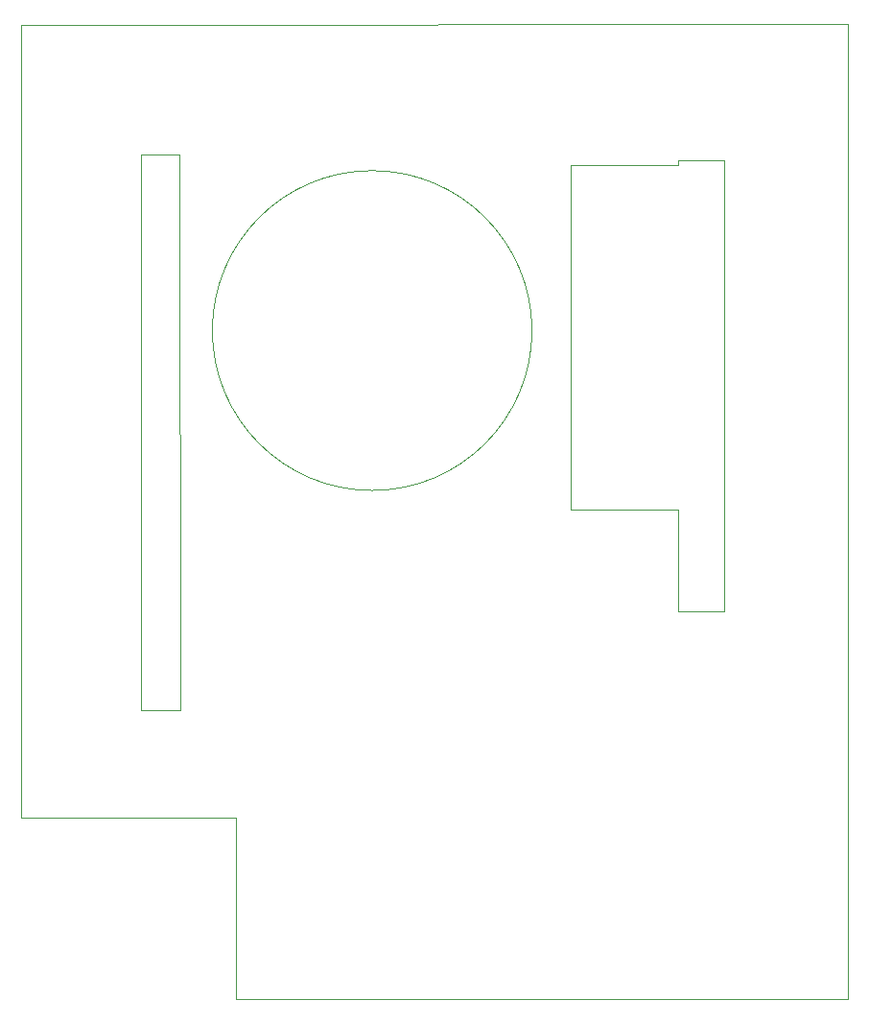
<source format=gbr>
G04 #@! TF.GenerationSoftware,KiCad,Pcbnew,5.1.9-73d0e3b20d~88~ubuntu20.04.1*
G04 #@! TF.CreationDate,2021-03-18T21:34:13+01:00*
G04 #@! TF.ProjectId,de10-shield,64653130-2d73-4686-9965-6c642e6b6963,rev?*
G04 #@! TF.SameCoordinates,Original*
G04 #@! TF.FileFunction,Profile,NP*
%FSLAX46Y46*%
G04 Gerber Fmt 4.6, Leading zero omitted, Abs format (unit mm)*
G04 Created by KiCad (PCBNEW 5.1.9-73d0e3b20d~88~ubuntu20.04.1) date 2021-03-18 21:34:13*
%MOMM*%
%LPD*%
G01*
G04 APERTURE LIST*
G04 #@! TA.AperFunction,Profile*
%ADD10C,0.050000*%
G04 #@! TD*
G04 #@! TA.AperFunction,Profile*
%ADD11C,0.120000*%
G04 #@! TD*
G04 APERTURE END LIST*
D10*
X105000000Y-133000000D02*
X105000000Y-117000000D01*
X159000000Y-133000000D02*
X105000000Y-133000000D01*
X159000000Y-46990000D02*
X159000000Y-133000000D01*
X86000000Y-117000000D02*
X86000000Y-47000000D01*
X148100000Y-59000000D02*
X144000000Y-59000000D01*
X144000000Y-59000000D02*
X144000000Y-59400000D01*
X86000000Y-117000000D02*
X105000000Y-117000000D01*
X96600000Y-58500000D02*
X100000000Y-58500000D01*
X148100000Y-98800000D02*
X148100000Y-59000000D01*
X144000000Y-98800000D02*
X148100000Y-98800000D01*
X144000000Y-89800000D02*
X144000000Y-98800000D01*
X134500000Y-89800000D02*
X144000000Y-89800000D01*
X134500000Y-75500000D02*
X134500000Y-89800000D01*
X134500000Y-59400000D02*
X134500000Y-75500000D01*
X144000000Y-59400000D02*
X134500000Y-59400000D01*
D11*
X131107179Y-74000000D02*
G75*
G03*
X131107179Y-74000000I-14107179J0D01*
G01*
D10*
X100000000Y-58500000D02*
X100050000Y-107500000D01*
X96600000Y-107500000D02*
X96600000Y-58500000D01*
X96600000Y-107500000D02*
X100050000Y-107500000D01*
X159000000Y-46990000D02*
X86000000Y-47000000D01*
M02*

</source>
